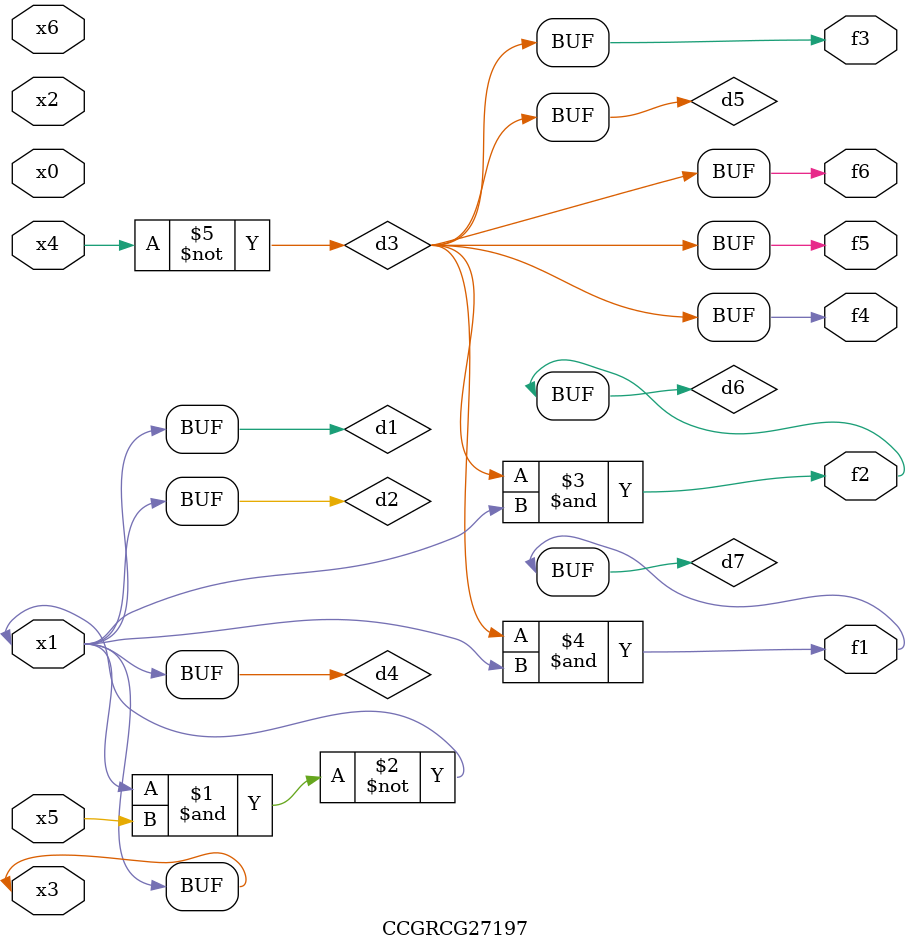
<source format=v>
module CCGRCG27197(
	input x0, x1, x2, x3, x4, x5, x6,
	output f1, f2, f3, f4, f5, f6
);

	wire d1, d2, d3, d4, d5, d6, d7;

	buf (d1, x1, x3);
	nand (d2, x1, x5);
	not (d3, x4);
	buf (d4, d1, d2);
	buf (d5, d3);
	and (d6, d3, d4);
	and (d7, d3, d4);
	assign f1 = d7;
	assign f2 = d6;
	assign f3 = d5;
	assign f4 = d5;
	assign f5 = d5;
	assign f6 = d5;
endmodule

</source>
